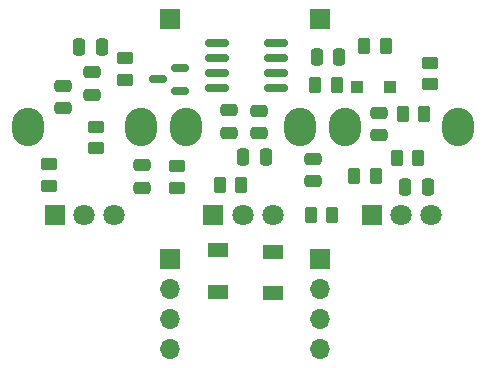
<source format=gbr>
%TF.GenerationSoftware,KiCad,Pcbnew,(6.0.1)*%
%TF.CreationDate,2022-05-20T14:01:48-07:00*%
%TF.ProjectId,ratt-rounded,72617474-2d72-46f7-956e-6465642e6b69,rev?*%
%TF.SameCoordinates,Original*%
%TF.FileFunction,Soldermask,Bot*%
%TF.FilePolarity,Negative*%
%FSLAX46Y46*%
G04 Gerber Fmt 4.6, Leading zero omitted, Abs format (unit mm)*
G04 Created by KiCad (PCBNEW (6.0.1)) date 2022-05-20 14:01:48*
%MOMM*%
%LPD*%
G01*
G04 APERTURE LIST*
G04 Aperture macros list*
%AMRoundRect*
0 Rectangle with rounded corners*
0 $1 Rounding radius*
0 $2 $3 $4 $5 $6 $7 $8 $9 X,Y pos of 4 corners*
0 Add a 4 corners polygon primitive as box body*
4,1,4,$2,$3,$4,$5,$6,$7,$8,$9,$2,$3,0*
0 Add four circle primitives for the rounded corners*
1,1,$1+$1,$2,$3*
1,1,$1+$1,$4,$5*
1,1,$1+$1,$6,$7*
1,1,$1+$1,$8,$9*
0 Add four rect primitives between the rounded corners*
20,1,$1+$1,$2,$3,$4,$5,0*
20,1,$1+$1,$4,$5,$6,$7,0*
20,1,$1+$1,$6,$7,$8,$9,0*
20,1,$1+$1,$8,$9,$2,$3,0*%
G04 Aperture macros list end*
%ADD10O,2.720000X3.240000*%
%ADD11R,1.800000X1.800000*%
%ADD12C,1.800000*%
%ADD13R,1.700000X1.700000*%
%ADD14RoundRect,0.150000X0.825000X0.150000X-0.825000X0.150000X-0.825000X-0.150000X0.825000X-0.150000X0*%
%ADD15RoundRect,0.250000X-0.262500X-0.450000X0.262500X-0.450000X0.262500X0.450000X-0.262500X0.450000X0*%
%ADD16RoundRect,0.250000X-0.450000X0.262500X-0.450000X-0.262500X0.450000X-0.262500X0.450000X0.262500X0*%
%ADD17RoundRect,0.250000X-0.475000X0.250000X-0.475000X-0.250000X0.475000X-0.250000X0.475000X0.250000X0*%
%ADD18RoundRect,0.250000X0.450000X-0.262500X0.450000X0.262500X-0.450000X0.262500X-0.450000X-0.262500X0*%
%ADD19RoundRect,0.250000X0.262500X0.450000X-0.262500X0.450000X-0.262500X-0.450000X0.262500X-0.450000X0*%
%ADD20RoundRect,0.250000X0.475000X-0.250000X0.475000X0.250000X-0.475000X0.250000X-0.475000X-0.250000X0*%
%ADD21RoundRect,0.250000X0.250000X0.475000X-0.250000X0.475000X-0.250000X-0.475000X0.250000X-0.475000X0*%
%ADD22O,1.700000X1.700000*%
%ADD23RoundRect,0.150000X0.587500X0.150000X-0.587500X0.150000X-0.587500X-0.150000X0.587500X-0.150000X0*%
%ADD24R,1.700000X1.300000*%
%ADD25RoundRect,0.250000X-0.250000X-0.475000X0.250000X-0.475000X0.250000X0.475000X-0.250000X0.475000X0*%
%ADD26R,1.100000X1.100000*%
G04 APERTURE END LIST*
D10*
%TO.C,RV1*%
X30810000Y-33350000D03*
X40410000Y-33350000D03*
D11*
X33110000Y-40850000D03*
D12*
X35610000Y-40850000D03*
X38110000Y-40850000D03*
%TD*%
D10*
%TO.C,RV2*%
X44215000Y-33350000D03*
X53815000Y-33350000D03*
D11*
X46515000Y-40850000D03*
D12*
X49015000Y-40850000D03*
X51515000Y-40850000D03*
%TD*%
D10*
%TO.C,RV3*%
X26975000Y-33350000D03*
X17375000Y-33350000D03*
D11*
X19675000Y-40850000D03*
D12*
X22175000Y-40850000D03*
X24675000Y-40850000D03*
%TD*%
D13*
%TO.C,REF2*%
X29400000Y-24230000D03*
%TD*%
D14*
%TO.C,U1*%
X38385000Y-26215000D03*
X38385000Y-27485000D03*
X38385000Y-28755000D03*
X38385000Y-30025000D03*
X33435000Y-30025000D03*
X33435000Y-28755000D03*
X33435000Y-27485000D03*
X33435000Y-26215000D03*
%TD*%
D15*
%TO.C,R5*%
X45015500Y-37500000D03*
X46840500Y-37500000D03*
%TD*%
D16*
%TO.C,R6*%
X25610000Y-27567500D03*
X25610000Y-29392500D03*
%TD*%
D17*
%TO.C,C7*%
X36948000Y-32010000D03*
X36948000Y-33910000D03*
%TD*%
%TO.C,C2*%
X41498000Y-36070000D03*
X41498000Y-37970000D03*
%TD*%
D15*
%TO.C,R9*%
X45887500Y-26480000D03*
X47712500Y-26480000D03*
%TD*%
D18*
%TO.C,R7*%
X23170000Y-35184500D03*
X23170000Y-33359500D03*
%TD*%
D19*
%TO.C,R12*%
X50440500Y-36010000D03*
X48615500Y-36010000D03*
%TD*%
%TO.C,R8*%
X43184500Y-40850000D03*
X41359500Y-40850000D03*
%TD*%
D20*
%TO.C,C3*%
X34458000Y-33870000D03*
X34458000Y-31970000D03*
%TD*%
D18*
%TO.C,R4*%
X30028000Y-38492500D03*
X30028000Y-36667500D03*
%TD*%
D21*
%TO.C,C8*%
X37528000Y-35910000D03*
X35628000Y-35910000D03*
%TD*%
D17*
%TO.C,C5*%
X27098000Y-36600000D03*
X27098000Y-38500000D03*
%TD*%
D19*
%TO.C,R3*%
X35462500Y-38302000D03*
X33637500Y-38302000D03*
%TD*%
%TO.C,R1*%
X50940500Y-32290000D03*
X49115500Y-32290000D03*
%TD*%
D13*
%TO.C,J2*%
X42100000Y-44560000D03*
D22*
X42100000Y-47100000D03*
X42100000Y-49640000D03*
X42100000Y-52180000D03*
%TD*%
D23*
%TO.C,Q1*%
X30296100Y-28389400D03*
X30296100Y-30289400D03*
X28421100Y-29339400D03*
%TD*%
D16*
%TO.C,R10*%
X51430000Y-27919500D03*
X51430000Y-29744500D03*
%TD*%
D24*
%TO.C,D2*%
X38175000Y-43918000D03*
X38175000Y-47418000D03*
%TD*%
D25*
%TO.C,C6*%
X41848000Y-27400000D03*
X43748000Y-27400000D03*
%TD*%
D13*
%TO.C,J1*%
X29400000Y-44560000D03*
D22*
X29400000Y-47100000D03*
X29400000Y-49640000D03*
X29400000Y-52180000D03*
%TD*%
D19*
%TO.C,R2*%
X43542500Y-29800000D03*
X41717500Y-29800000D03*
%TD*%
D20*
%TO.C,C11*%
X20390000Y-31792000D03*
X20390000Y-29892000D03*
%TD*%
D26*
%TO.C,D3*%
X45292000Y-29995000D03*
X48092000Y-29995000D03*
%TD*%
D13*
%TO.C,REF1*%
X42100000Y-24230000D03*
%TD*%
D16*
%TO.C,R11*%
X19200000Y-36509500D03*
X19200000Y-38334500D03*
%TD*%
D21*
%TO.C,C10*%
X51232000Y-38410000D03*
X49332000Y-38410000D03*
%TD*%
D20*
%TO.C,C4*%
X22850000Y-30628000D03*
X22850000Y-28728000D03*
%TD*%
D21*
%TO.C,C9*%
X23650500Y-26602000D03*
X21750500Y-26602000D03*
%TD*%
D20*
%TO.C,C1*%
X47090500Y-34050000D03*
X47090500Y-32150000D03*
%TD*%
D24*
%TO.C,D1*%
X33460000Y-47308000D03*
X33460000Y-43808000D03*
%TD*%
M02*

</source>
